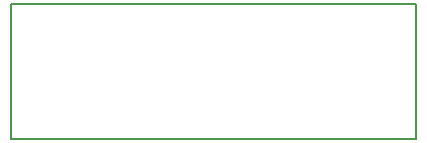
<source format=gbr>
G04 DipTrace 2.4.0.1*
%INBoardOutline.gbr*%
%MOIN*%
%ADD11C,0.0055*%
%FSLAX44Y44*%
G04*
G70*
G90*
G75*
G01*
%LNBoardOutline*%
%LPD*%
X17440Y8440D2*
D11*
Y3940D1*
X3940D1*
Y8440D1*
X17440D1*
M02*

</source>
